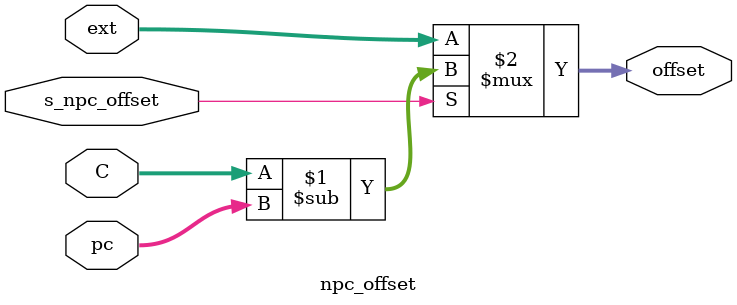
<source format=v>
`timescale 1ns / 1ps

module npc_offset(
    input  wire        s_npc_offset,
    input  wire [31:0] ext,
    input  wire [31:0] C,
    input  wire [31:0] pc,
    output wire [31:0] offset
);

    assign offset = s_npc_offset ? C - pc : ext;

endmodule

</source>
